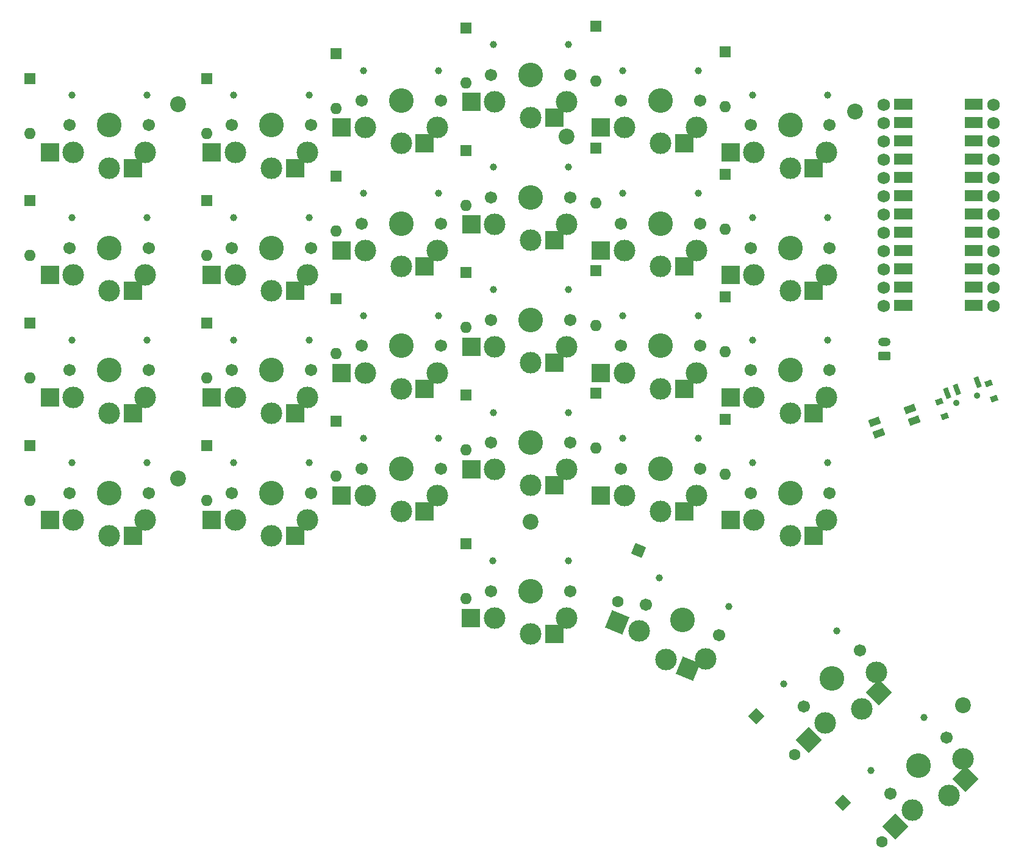
<source format=gbr>
%TF.GenerationSoftware,KiCad,Pcbnew,9.0.0*%
%TF.CreationDate,2025-03-18T17:15:54-04:00*%
%TF.ProjectId,skylight,736b796c-6967-4687-942e-6b696361645f,1.0*%
%TF.SameCoordinates,Original*%
%TF.FileFunction,Soldermask,Bot*%
%TF.FilePolarity,Negative*%
%FSLAX46Y46*%
G04 Gerber Fmt 4.6, Leading zero omitted, Abs format (unit mm)*
G04 Created by KiCad (PCBNEW 9.0.0) date 2025-03-18 17:15:54*
%MOMM*%
%LPD*%
G01*
G04 APERTURE LIST*
G04 Aperture macros list*
%AMRoundRect*
0 Rectangle with rounded corners*
0 $1 Rounding radius*
0 $2 $3 $4 $5 $6 $7 $8 $9 X,Y pos of 4 corners*
0 Add a 4 corners polygon primitive as box body*
4,1,4,$2,$3,$4,$5,$6,$7,$8,$9,$2,$3,0*
0 Add four circle primitives for the rounded corners*
1,1,$1+$1,$2,$3*
1,1,$1+$1,$4,$5*
1,1,$1+$1,$6,$7*
1,1,$1+$1,$8,$9*
0 Add four rect primitives between the rounded corners*
20,1,$1+$1,$2,$3,$4,$5,0*
20,1,$1+$1,$4,$5,$6,$7,0*
20,1,$1+$1,$6,$7,$8,$9,0*
20,1,$1+$1,$8,$9,$2,$3,0*%
%AMHorizOval*
0 Thick line with rounded ends*
0 $1 width*
0 $2 $3 position (X,Y) of the first rounded end (center of the circle)*
0 $4 $5 position (X,Y) of the second rounded end (center of the circle)*
0 Add line between two ends*
20,1,$1,$2,$3,$4,$5,0*
0 Add two circle primitives to create the rounded ends*
1,1,$1,$2,$3*
1,1,$1,$4,$5*%
%AMRotRect*
0 Rectangle, with rotation*
0 The origin of the aperture is its center*
0 $1 length*
0 $2 width*
0 $3 Rotation angle, in degrees counterclockwise*
0 Add horizontal line*
21,1,$1,$2,0,0,$3*%
%AMFreePoly0*
4,1,6,1.000000,0.000000,0.500000,-0.750000,-0.500000,-0.750000,-0.500000,0.750000,0.500000,0.750000,1.000000,0.000000,1.000000,0.000000,$1*%
%AMFreePoly1*
4,1,6,0.500000,-0.750000,-0.650000,-0.750000,-0.150000,0.000000,-0.650000,0.750000,0.500000,0.750000,0.500000,-0.750000,0.500000,-0.750000,$1*%
G04 Aperture macros list end*
%ADD10C,2.200000*%
%ADD11R,1.600000X1.600000*%
%ADD12O,1.600000X1.600000*%
%ADD13R,2.600000X2.600000*%
%ADD14C,1.701800*%
%ADD15C,0.990600*%
%ADD16C,3.000000*%
%ADD17C,3.429000*%
%ADD18RotRect,1.600000X1.600000X315.000000*%
%ADD19HorizOval,1.600000X0.000000X0.000000X0.000000X0.000000X0*%
%ADD20C,0.901700*%
%ADD21C,1.752600*%
%ADD22RotRect,2.600000X2.600000X337.500000*%
%ADD23RotRect,1.600000X1.600000X247.500000*%
%ADD24HorizOval,1.600000X0.000000X0.000000X0.000000X0.000000X0*%
%ADD25RoundRect,0.250000X0.625000X-0.350000X0.625000X0.350000X-0.625000X0.350000X-0.625000X-0.350000X0*%
%ADD26O,1.750000X1.200000*%
%ADD27RotRect,2.600000X2.600000X45.000000*%
%ADD28FreePoly0,180.000000*%
%ADD29FreePoly1,180.000000*%
%ADD30FreePoly0,0.000000*%
%ADD31FreePoly1,0.000000*%
%ADD32RotRect,1.000760X0.800100X200.000000*%
%ADD33RotRect,0.701040X1.501140X200.000000*%
%ADD34RotRect,1.550000X1.000000X200.000000*%
G04 APERTURE END LIST*
%TO.C,REF\u002A\u002A5*%
G36*
X154925000Y-48390000D02*
G01*
X152475000Y-48390000D01*
X152475000Y-49890000D01*
X154925000Y-49890000D01*
X154925000Y-48390000D01*
G37*
%TO.C,REF\u002A\u002A2*%
G36*
X154925000Y-40770000D02*
G01*
X152475000Y-40770000D01*
X152475000Y-42270000D01*
X154925000Y-42270000D01*
X154925000Y-40770000D01*
G37*
%TO.C,REF\u002A\u002A7*%
G36*
X154925000Y-53470000D02*
G01*
X152475000Y-53470000D01*
X152475000Y-54970000D01*
X154925000Y-54970000D01*
X154925000Y-53470000D01*
G37*
%TO.C,REF\u002A\u002A10*%
G36*
X162275000Y-44850000D02*
G01*
X164725000Y-44850000D01*
X164725000Y-43350000D01*
X162275000Y-43350000D01*
X162275000Y-44850000D01*
G37*
%TO.C,REF\u002A\u002A7*%
G36*
X162275000Y-52470000D02*
G01*
X164725000Y-52470000D01*
X164725000Y-50970000D01*
X162275000Y-50970000D01*
X162275000Y-52470000D01*
G37*
%TO.C,REF\u002A\u002A*%
G36*
X154925000Y-66170000D02*
G01*
X152475000Y-66170000D01*
X152475000Y-67670000D01*
X154925000Y-67670000D01*
X154925000Y-66170000D01*
G37*
%TO.C,REF\u002A\u002A1*%
G36*
X162275000Y-67710000D02*
G01*
X164725000Y-67710000D01*
X164725000Y-66210000D01*
X162275000Y-66210000D01*
X162275000Y-67710000D01*
G37*
%TO.C,REF\u002A\u002A5*%
G36*
X162275000Y-57550000D02*
G01*
X164725000Y-57550000D01*
X164725000Y-56050000D01*
X162275000Y-56050000D01*
X162275000Y-57550000D01*
G37*
%TO.C,REF\u002A\u002A8*%
G36*
X162275000Y-49930000D02*
G01*
X164725000Y-49930000D01*
X164725000Y-48430000D01*
X162275000Y-48430000D01*
X162275000Y-49930000D01*
G37*
%TO.C,REF\u002A\u002A11*%
G36*
X162275000Y-42310000D02*
G01*
X164725000Y-42310000D01*
X164725000Y-40810000D01*
X162275000Y-40810000D01*
X162275000Y-42310000D01*
G37*
%TO.C,REF\u002A\u002A*%
G36*
X162275000Y-39770000D02*
G01*
X164725000Y-39770000D01*
X164725000Y-38270000D01*
X162275000Y-38270000D01*
X162275000Y-39770000D01*
G37*
%TO.C,REF\u002A\u002A11*%
G36*
X154925000Y-63630000D02*
G01*
X152475000Y-63630000D01*
X152475000Y-65130000D01*
X154925000Y-65130000D01*
X154925000Y-63630000D01*
G37*
%TO.C,REF\u002A\u002A3*%
G36*
X162275000Y-62630000D02*
G01*
X164725000Y-62630000D01*
X164725000Y-61130000D01*
X162275000Y-61130000D01*
X162275000Y-62630000D01*
G37*
%TO.C,REF\u002A\u002A4*%
G36*
X154925000Y-45850000D02*
G01*
X152475000Y-45850000D01*
X152475000Y-47350000D01*
X154925000Y-47350000D01*
X154925000Y-45850000D01*
G37*
%TO.C,REF\u002A\u002A6*%
G36*
X154925000Y-50930000D02*
G01*
X152475000Y-50930000D01*
X152475000Y-52430000D01*
X154925000Y-52430000D01*
X154925000Y-50930000D01*
G37*
%TO.C,REF\u002A\u002A10*%
G36*
X154925000Y-61090000D02*
G01*
X152475000Y-61090000D01*
X152475000Y-62590000D01*
X154925000Y-62590000D01*
X154925000Y-61090000D01*
G37*
%TO.C,REF\u002A\u002A9*%
G36*
X154925000Y-58550000D02*
G01*
X152475000Y-58550000D01*
X152475000Y-60050000D01*
X154925000Y-60050000D01*
X154925000Y-58550000D01*
G37*
%TO.C,REF\u002A\u002A6*%
G36*
X162275000Y-55010000D02*
G01*
X164725000Y-55010000D01*
X164725000Y-53510000D01*
X162275000Y-53510000D01*
X162275000Y-55010000D01*
G37*
%TO.C,REF\u002A\u002A8*%
G36*
X154925000Y-56010000D02*
G01*
X152475000Y-56010000D01*
X152475000Y-57510000D01*
X154925000Y-57510000D01*
X154925000Y-56010000D01*
G37*
%TO.C,REF\u002A\u002A9*%
G36*
X162275000Y-47390000D02*
G01*
X164725000Y-47390000D01*
X164725000Y-45890000D01*
X162275000Y-45890000D01*
X162275000Y-47390000D01*
G37*
%TO.C,REF\u002A\u002A3*%
G36*
X154925000Y-43310000D02*
G01*
X152475000Y-43310000D01*
X152475000Y-44810000D01*
X154925000Y-44810000D01*
X154925000Y-43310000D01*
G37*
%TO.C,REF\u002A\u002A4*%
G36*
X162275000Y-60090000D02*
G01*
X164725000Y-60090000D01*
X164725000Y-58590000D01*
X162275000Y-58590000D01*
X162275000Y-60090000D01*
G37*
%TO.C,REF\u002A\u002A2*%
G36*
X162275000Y-65170000D02*
G01*
X164725000Y-65170000D01*
X164725000Y-63670000D01*
X162275000Y-63670000D01*
X162275000Y-65170000D01*
G37*
%TO.C,REF\u002A\u002A1*%
G36*
X154925000Y-38230000D02*
G01*
X152475000Y-38230000D01*
X152475000Y-39730000D01*
X154925000Y-39730000D01*
X154925000Y-38230000D01*
G37*
%TD*%
D10*
%TO.C,REF\u002A\u002A*%
X107000000Y-43500000D03*
%TD*%
%TO.C,REF\u002A\u002A*%
X102000000Y-97000000D03*
%TD*%
%TO.C,REF\u002A\u002A*%
X162000000Y-122500000D03*
%TD*%
%TO.C,REF\u002A\u002A*%
X147000000Y-40000000D03*
%TD*%
%TO.C,REF\u002A\u002A*%
X53000000Y-39000000D03*
%TD*%
%TO.C,REF\u002A\u002A*%
X53000000Y-91000000D03*
%TD*%
D11*
%TO.C,D10*%
X93000000Y-45400000D03*
D12*
X93000000Y-53020000D03*
%TD*%
D13*
%TO.C,SW13*%
X35225000Y-79700000D03*
X46775000Y-81900000D03*
D14*
X49000000Y-75950000D03*
D15*
X48720000Y-71750000D03*
D16*
X48500000Y-79700000D03*
X43500000Y-81900000D03*
D17*
X43500000Y-75950000D03*
D16*
X38500000Y-79700000D03*
D15*
X38280000Y-71750000D03*
D14*
X38000000Y-75950000D03*
%TD*%
%TO.C,SW20*%
X60500000Y-93000000D03*
D15*
X60780000Y-88800000D03*
D16*
X61000000Y-96750000D03*
D17*
X66000000Y-93000000D03*
D16*
X66000000Y-98950000D03*
X71000000Y-96750000D03*
D15*
X71220000Y-88800000D03*
D14*
X71500000Y-93000000D03*
D13*
X69275000Y-98950000D03*
X57725000Y-96750000D03*
%TD*%
D11*
%TO.C,D19*%
X32500000Y-86400000D03*
D12*
X32500000Y-94020000D03*
%TD*%
D14*
%TO.C,SW21*%
X78500000Y-89600000D03*
D15*
X78780000Y-85400000D03*
D16*
X79000000Y-93350000D03*
D17*
X84000000Y-89600000D03*
D16*
X84000000Y-95550000D03*
X89000000Y-93350000D03*
D15*
X89220000Y-85400000D03*
D14*
X89500000Y-89600000D03*
D13*
X87275000Y-95550000D03*
X75725000Y-93350000D03*
%TD*%
D11*
%TO.C,D21*%
X75000000Y-83000000D03*
D12*
X75000000Y-90620000D03*
%TD*%
D14*
%TO.C,SW23*%
X114500000Y-89600000D03*
D15*
X114780000Y-85400000D03*
D16*
X115000000Y-93350000D03*
D17*
X120000000Y-89600000D03*
D16*
X120000000Y-95550000D03*
X125000000Y-93350000D03*
D15*
X125220000Y-85400000D03*
D14*
X125500000Y-89600000D03*
D13*
X123275000Y-95550000D03*
X111725000Y-93350000D03*
%TD*%
D11*
%TO.C,D20*%
X57000000Y-86400000D03*
D12*
X57000000Y-94020000D03*
%TD*%
D14*
%TO.C,SW18*%
X132500000Y-75950000D03*
D15*
X132780000Y-71750000D03*
D16*
X133000000Y-79700000D03*
D17*
X138000000Y-75950000D03*
D16*
X138000000Y-81900000D03*
X143000000Y-79700000D03*
D15*
X143220000Y-71750000D03*
D14*
X143500000Y-75950000D03*
D13*
X141275000Y-81900000D03*
X129725000Y-79700000D03*
%TD*%
D14*
%TO.C,SW10*%
X96500000Y-51950000D03*
D15*
X96780000Y-47750000D03*
D16*
X97000000Y-55700000D03*
D17*
X102000000Y-51950000D03*
D16*
X102000000Y-57900000D03*
X107000000Y-55700000D03*
D15*
X107220000Y-47750000D03*
D14*
X107500000Y-51950000D03*
D13*
X105275000Y-57900000D03*
X93725000Y-55700000D03*
%TD*%
D11*
%TO.C,D18*%
X129000000Y-65750000D03*
D12*
X129000000Y-73370000D03*
%TD*%
D11*
%TO.C,D11*%
X111000000Y-45130000D03*
D12*
X111000000Y-52750000D03*
%TD*%
D11*
%TO.C,D14*%
X57000000Y-69400000D03*
D12*
X57000000Y-77020000D03*
%TD*%
D14*
%TO.C,SW27*%
X96480000Y-106600000D03*
D15*
X96760000Y-102400000D03*
D16*
X96980000Y-110350000D03*
D17*
X101980000Y-106600000D03*
D16*
X101980000Y-112550000D03*
X106980000Y-110350000D03*
D15*
X107200000Y-102400000D03*
D14*
X107480000Y-106600000D03*
D13*
X105255000Y-112550000D03*
X93705000Y-110350000D03*
%TD*%
D11*
%TO.C,D1*%
X32500000Y-35400000D03*
D12*
X32500000Y-43020000D03*
%TD*%
D14*
%TO.C,SW6*%
X132500000Y-41900000D03*
D15*
X132780000Y-37700000D03*
D16*
X133000000Y-45650000D03*
D17*
X138000000Y-41900000D03*
D16*
X138000000Y-47850000D03*
X143000000Y-45650000D03*
D15*
X143220000Y-37700000D03*
D14*
X143500000Y-41900000D03*
D13*
X141275000Y-47850000D03*
X129725000Y-45650000D03*
%TD*%
D11*
%TO.C,D22*%
X93000000Y-79400000D03*
D12*
X93000000Y-87020000D03*
%TD*%
D14*
%TO.C,SW19*%
X38000000Y-93000000D03*
D15*
X38280000Y-88800000D03*
D16*
X38500000Y-96750000D03*
D17*
X43500000Y-93000000D03*
D16*
X43500000Y-98950000D03*
X48500000Y-96750000D03*
D15*
X48720000Y-88800000D03*
D14*
X49000000Y-93000000D03*
D13*
X46775000Y-98950000D03*
X35225000Y-96750000D03*
%TD*%
D11*
%TO.C,D4*%
X93000000Y-28400000D03*
D12*
X93000000Y-36020000D03*
%TD*%
D11*
%TO.C,D5*%
X111000000Y-28130000D03*
D12*
X111000000Y-35750000D03*
%TD*%
D14*
%TO.C,SW16*%
X96500000Y-68950000D03*
D15*
X96780000Y-64750000D03*
D16*
X97000000Y-72700000D03*
D17*
X102000000Y-68950000D03*
D16*
X102000000Y-74900000D03*
X107000000Y-72700000D03*
D15*
X107220000Y-64750000D03*
D14*
X107500000Y-68950000D03*
D13*
X105275000Y-74900000D03*
X93725000Y-72700000D03*
%TD*%
D11*
%TO.C,D24*%
X129000000Y-82750000D03*
D12*
X129000000Y-90370000D03*
%TD*%
D11*
%TO.C,D2*%
X57000000Y-35400000D03*
D12*
X57000000Y-43020000D03*
%TD*%
D14*
%TO.C,SW17*%
X114500000Y-72550000D03*
D15*
X114780000Y-68350000D03*
D16*
X115000000Y-76300000D03*
D17*
X120000000Y-72550000D03*
D16*
X120000000Y-78500000D03*
X125000000Y-76300000D03*
D15*
X125220000Y-68350000D03*
D14*
X125500000Y-72550000D03*
D13*
X123275000Y-78500000D03*
X111725000Y-76300000D03*
%TD*%
D11*
%TO.C,D8*%
X57000000Y-52400000D03*
D12*
X57000000Y-60020000D03*
%TD*%
D14*
%TO.C,SW24*%
X132500000Y-93000000D03*
D15*
X132780000Y-88800000D03*
D16*
X133000000Y-96750000D03*
D17*
X138000000Y-93000000D03*
D16*
X138000000Y-98950000D03*
X143000000Y-96750000D03*
D15*
X143220000Y-88800000D03*
D14*
X143500000Y-93000000D03*
D13*
X141275000Y-98950000D03*
X129725000Y-96750000D03*
%TD*%
D18*
%TO.C,D29*%
X133280118Y-123963941D03*
D19*
X138668272Y-129352095D03*
%TD*%
D20*
%TO.C,SW25*%
X161089390Y-80513420D03*
X163910610Y-79486580D03*
%TD*%
D11*
%TO.C,D13*%
X32500000Y-69400000D03*
D12*
X32500000Y-77020000D03*
%TD*%
D11*
%TO.C,D12*%
X129000000Y-48740000D03*
D12*
X129000000Y-56360000D03*
%TD*%
D14*
%TO.C,SW12*%
X132500000Y-58950000D03*
D15*
X132780000Y-54750000D03*
D16*
X133000000Y-62700000D03*
D17*
X138000000Y-58950000D03*
D16*
X138000000Y-64900000D03*
X143000000Y-62700000D03*
D15*
X143220000Y-54750000D03*
D14*
X143500000Y-58950000D03*
D13*
X141275000Y-64900000D03*
X129725000Y-62700000D03*
%TD*%
D21*
%TO.C,U1*%
X151000000Y-39060000D03*
X151000000Y-41600000D03*
X151000000Y-44140000D03*
X151000000Y-46680000D03*
X151000000Y-49220000D03*
X151000000Y-51760000D03*
X151000000Y-54300000D03*
X151000000Y-56840000D03*
X151000000Y-59380000D03*
X151000000Y-61920000D03*
X151000000Y-64460000D03*
X151000000Y-67000000D03*
X166240000Y-67000000D03*
X166240000Y-64460000D03*
X166240000Y-61920000D03*
X166240000Y-59380000D03*
X166240000Y-56840000D03*
X166240000Y-54300000D03*
X166240000Y-51760000D03*
X166240000Y-49220000D03*
X166240000Y-46680000D03*
X166240000Y-44140000D03*
X166240000Y-41600000D03*
X166240000Y-39060000D03*
%TD*%
D14*
%TO.C,SW8*%
X60500000Y-58950000D03*
D15*
X60780000Y-54750000D03*
D16*
X61000000Y-62700000D03*
D17*
X66000000Y-58950000D03*
D16*
X66000000Y-64900000D03*
X71000000Y-62700000D03*
D15*
X71220000Y-54750000D03*
D14*
X71500000Y-58950000D03*
D13*
X69275000Y-64900000D03*
X57725000Y-62700000D03*
%TD*%
D14*
%TO.C,SW9*%
X78500000Y-55550000D03*
D15*
X78780000Y-51350000D03*
D16*
X79000000Y-59300000D03*
D17*
X84000000Y-55550000D03*
D16*
X84000000Y-61500000D03*
X89000000Y-59300000D03*
D15*
X89220000Y-51350000D03*
D14*
X89500000Y-55550000D03*
D13*
X87275000Y-61500000D03*
X75725000Y-59300000D03*
%TD*%
D11*
%TO.C,D9*%
X75000000Y-49000000D03*
D12*
X75000000Y-56620000D03*
%TD*%
D14*
%TO.C,SW28*%
X117988741Y-108517276D03*
D15*
X119854697Y-104744133D03*
D16*
X117015617Y-112173166D03*
D17*
X123070078Y-110622035D03*
D16*
X120793112Y-116119118D03*
X126254413Y-116000000D03*
D15*
X129500000Y-108739348D03*
D14*
X128151415Y-112726794D03*
D22*
X123818817Y-117372406D03*
X113989912Y-110919878D03*
%TD*%
D11*
%TO.C,D15*%
X75000000Y-66000000D03*
D12*
X75000000Y-73620000D03*
%TD*%
D14*
%TO.C,SW5*%
X114500000Y-38500000D03*
D15*
X114780000Y-34300000D03*
D16*
X115000000Y-42250000D03*
D17*
X120000000Y-38500000D03*
D16*
X120000000Y-44450000D03*
X125000000Y-42250000D03*
D15*
X125220000Y-34300000D03*
D14*
X125500000Y-38500000D03*
D13*
X123275000Y-44450000D03*
X111725000Y-42250000D03*
%TD*%
D14*
%TO.C,SW11*%
X114500000Y-55550000D03*
D15*
X114780000Y-51350000D03*
D16*
X115000000Y-59300000D03*
D17*
X120000000Y-55550000D03*
D16*
X120000000Y-61500000D03*
X125000000Y-59300000D03*
D15*
X125220000Y-51350000D03*
D14*
X125500000Y-55550000D03*
D13*
X123275000Y-61500000D03*
X111725000Y-59300000D03*
%TD*%
D14*
%TO.C,SW7*%
X38000000Y-58950000D03*
D15*
X38280000Y-54750000D03*
D16*
X38500000Y-62700000D03*
D17*
X43500000Y-58950000D03*
D16*
X43500000Y-64900000D03*
X48500000Y-62700000D03*
D15*
X48720000Y-54750000D03*
D14*
X49000000Y-58950000D03*
D13*
X46775000Y-64900000D03*
X35225000Y-62700000D03*
%TD*%
D14*
%TO.C,SW2*%
X60500000Y-41900000D03*
D15*
X60780000Y-37700000D03*
D16*
X61000000Y-45650000D03*
D17*
X66000000Y-41900000D03*
D16*
X66000000Y-47850000D03*
X71000000Y-45650000D03*
D15*
X71220000Y-37700000D03*
D14*
X71500000Y-41900000D03*
D13*
X69275000Y-47850000D03*
X57725000Y-45650000D03*
%TD*%
D14*
%TO.C,SW3*%
X78500000Y-38500000D03*
D15*
X78780000Y-34300000D03*
D16*
X79000000Y-42250000D03*
D17*
X84000000Y-38500000D03*
D16*
X84000000Y-44450000D03*
X89000000Y-42250000D03*
D15*
X89220000Y-34300000D03*
D14*
X89500000Y-38500000D03*
D13*
X87275000Y-44450000D03*
X75725000Y-42250000D03*
%TD*%
D14*
%TO.C,SW15*%
X78500000Y-72550000D03*
D15*
X78780000Y-68350000D03*
D16*
X79000000Y-76300000D03*
D17*
X84000000Y-72550000D03*
D16*
X84000000Y-78500000D03*
X89000000Y-76300000D03*
D15*
X89220000Y-68350000D03*
D14*
X89500000Y-72550000D03*
D13*
X87275000Y-78500000D03*
X75725000Y-76300000D03*
%TD*%
D14*
%TO.C,SW4*%
X96500000Y-34900000D03*
D15*
X96780000Y-30700000D03*
D16*
X97000000Y-38650000D03*
D17*
X102000000Y-34900000D03*
D16*
X102000000Y-40850000D03*
X107000000Y-38650000D03*
D15*
X107220000Y-30700000D03*
D14*
X107500000Y-34900000D03*
D13*
X105275000Y-40850000D03*
X93725000Y-38650000D03*
%TD*%
D11*
%TO.C,D16*%
X93000000Y-62400000D03*
D12*
X93000000Y-70020000D03*
%TD*%
D14*
%TO.C,SW22*%
X96500000Y-86000000D03*
D15*
X96780000Y-81800000D03*
D16*
X97000000Y-89750000D03*
D17*
X102000000Y-86000000D03*
D16*
X102000000Y-91950000D03*
X107000000Y-89750000D03*
D15*
X107220000Y-81800000D03*
D14*
X107500000Y-86000000D03*
D13*
X105275000Y-91950000D03*
X93725000Y-89750000D03*
%TD*%
D14*
%TO.C,SW1*%
X38000000Y-41900000D03*
D15*
X38280000Y-37700000D03*
D16*
X38500000Y-45650000D03*
D17*
X43500000Y-41900000D03*
D16*
X43500000Y-47850000D03*
X48500000Y-45650000D03*
D15*
X48720000Y-37700000D03*
D14*
X49000000Y-41900000D03*
D13*
X46775000Y-47850000D03*
X35225000Y-45650000D03*
%TD*%
D23*
%TO.C,D28*%
X117000000Y-101000000D03*
D24*
X114083952Y-108039962D03*
%TD*%
D14*
%TO.C,SW14*%
X60500000Y-75950000D03*
D15*
X60780000Y-71750000D03*
D16*
X61000000Y-79700000D03*
D17*
X66000000Y-75950000D03*
D16*
X66000000Y-81900000D03*
X71000000Y-79700000D03*
D15*
X71220000Y-71750000D03*
D14*
X71500000Y-75950000D03*
D13*
X69275000Y-81900000D03*
X57725000Y-79700000D03*
%TD*%
D25*
%TO.C,J2*%
X151050000Y-74000000D03*
D26*
X151050000Y-72000000D03*
%TD*%
D14*
%TO.C,SW29*%
X139891031Y-122653028D03*
D15*
X137119172Y-119485190D03*
D16*
X142896235Y-124951125D03*
D17*
X143780118Y-118763941D03*
D16*
X147987403Y-122971226D03*
X149967302Y-117880058D03*
D15*
X144501367Y-112102995D03*
D14*
X147669205Y-114874854D03*
D27*
X150303178Y-120655452D03*
X140580460Y-127266900D03*
%TD*%
D14*
%TO.C,SW30*%
X151951977Y-134721779D03*
D15*
X149180118Y-131553941D03*
D16*
X154957181Y-137019876D03*
D17*
X155841064Y-130832692D03*
D16*
X160048349Y-135039977D03*
X162028248Y-129948809D03*
D15*
X156562313Y-124171746D03*
D14*
X159730151Y-126943605D03*
D27*
X162364124Y-132724203D03*
X152641406Y-139335651D03*
%TD*%
D11*
%TO.C,D23*%
X111000000Y-79130000D03*
D12*
X111000000Y-86750000D03*
%TD*%
D18*
%TO.C,D30*%
X145336042Y-136019865D03*
D19*
X150724196Y-141408019D03*
%TD*%
D11*
%TO.C,D27*%
X93000000Y-100000000D03*
D12*
X93000000Y-107620000D03*
%TD*%
D11*
%TO.C,D7*%
X32500000Y-52400000D03*
D12*
X32500000Y-60020000D03*
%TD*%
D11*
%TO.C,D6*%
X129000000Y-31750000D03*
D12*
X129000000Y-39370000D03*
%TD*%
D11*
%TO.C,D3*%
X75000000Y-32000000D03*
D12*
X75000000Y-39620000D03*
%TD*%
D11*
%TO.C,D17*%
X111000000Y-62130000D03*
D12*
X111000000Y-69750000D03*
%TD*%
D28*
%TO.C,REF\u002A\u002A5*%
X154425000Y-49140000D03*
D29*
X152975000Y-49140000D03*
%TD*%
D28*
%TO.C,REF\u002A\u002A2*%
X154425000Y-41520000D03*
D29*
X152975000Y-41520000D03*
%TD*%
D28*
%TO.C,REF\u002A\u002A7*%
X154425000Y-54220000D03*
D29*
X152975000Y-54220000D03*
%TD*%
D30*
%TO.C,REF\u002A\u002A10*%
X162775000Y-44100000D03*
D31*
X164225000Y-44100000D03*
%TD*%
D30*
%TO.C,REF\u002A\u002A7*%
X162775000Y-51720000D03*
D31*
X164225000Y-51720000D03*
%TD*%
D28*
%TO.C,REF\u002A\u002A*%
X154425000Y-66920000D03*
D29*
X152975000Y-66920000D03*
%TD*%
D30*
%TO.C,REF\u002A\u002A1*%
X162775000Y-66960000D03*
D31*
X164225000Y-66960000D03*
%TD*%
D30*
%TO.C,REF\u002A\u002A5*%
X162775000Y-56800000D03*
D31*
X164225000Y-56800000D03*
%TD*%
D30*
%TO.C,REF\u002A\u002A8*%
X162775000Y-49180000D03*
D31*
X164225000Y-49180000D03*
%TD*%
D20*
%TO.C,SW25*%
X163910610Y-79486580D03*
X161089390Y-80513420D03*
D32*
X166339900Y-79878212D03*
X165587579Y-77811227D03*
X159480182Y-82374945D03*
X158727861Y-80307960D03*
D33*
X164016166Y-77585785D03*
X161197333Y-78611757D03*
X159786723Y-79125177D03*
%TD*%
D30*
%TO.C,REF\u002A\u002A11*%
X162775000Y-41560000D03*
D31*
X164225000Y-41560000D03*
%TD*%
D30*
%TO.C,REF\u002A\u002A*%
X162775000Y-39020000D03*
D31*
X164225000Y-39020000D03*
%TD*%
D28*
%TO.C,REF\u002A\u002A11*%
X154425000Y-64380000D03*
D29*
X152975000Y-64380000D03*
%TD*%
D30*
%TO.C,REF\u002A\u002A3*%
X162775000Y-61880000D03*
D31*
X164225000Y-61880000D03*
%TD*%
D28*
%TO.C,REF\u002A\u002A4*%
X154425000Y-46600000D03*
D29*
X152975000Y-46600000D03*
%TD*%
D28*
%TO.C,REF\u002A\u002A6*%
X154425000Y-51680000D03*
D29*
X152975000Y-51680000D03*
%TD*%
D34*
%TO.C,SW51*%
X150324024Y-84696542D03*
X155257411Y-82900936D03*
X149742589Y-83099064D03*
X154675976Y-81303458D03*
%TD*%
D28*
%TO.C,REF\u002A\u002A10*%
X154425000Y-61840000D03*
D29*
X152975000Y-61840000D03*
%TD*%
D28*
%TO.C,REF\u002A\u002A9*%
X154425000Y-59300000D03*
D29*
X152975000Y-59300000D03*
%TD*%
D30*
%TO.C,REF\u002A\u002A6*%
X162775000Y-54260000D03*
D31*
X164225000Y-54260000D03*
%TD*%
D28*
%TO.C,REF\u002A\u002A8*%
X154425000Y-56760000D03*
D29*
X152975000Y-56760000D03*
%TD*%
D30*
%TO.C,REF\u002A\u002A9*%
X162775000Y-46640000D03*
D31*
X164225000Y-46640000D03*
%TD*%
D28*
%TO.C,REF\u002A\u002A3*%
X154425000Y-44060000D03*
D29*
X152975000Y-44060000D03*
%TD*%
D30*
%TO.C,REF\u002A\u002A4*%
X162775000Y-59340000D03*
D31*
X164225000Y-59340000D03*
%TD*%
D30*
%TO.C,REF\u002A\u002A2*%
X162775000Y-64420000D03*
D31*
X164225000Y-64420000D03*
%TD*%
D28*
%TO.C,REF\u002A\u002A1*%
X154425000Y-38980000D03*
D29*
X152975000Y-38980000D03*
%TD*%
M02*

</source>
